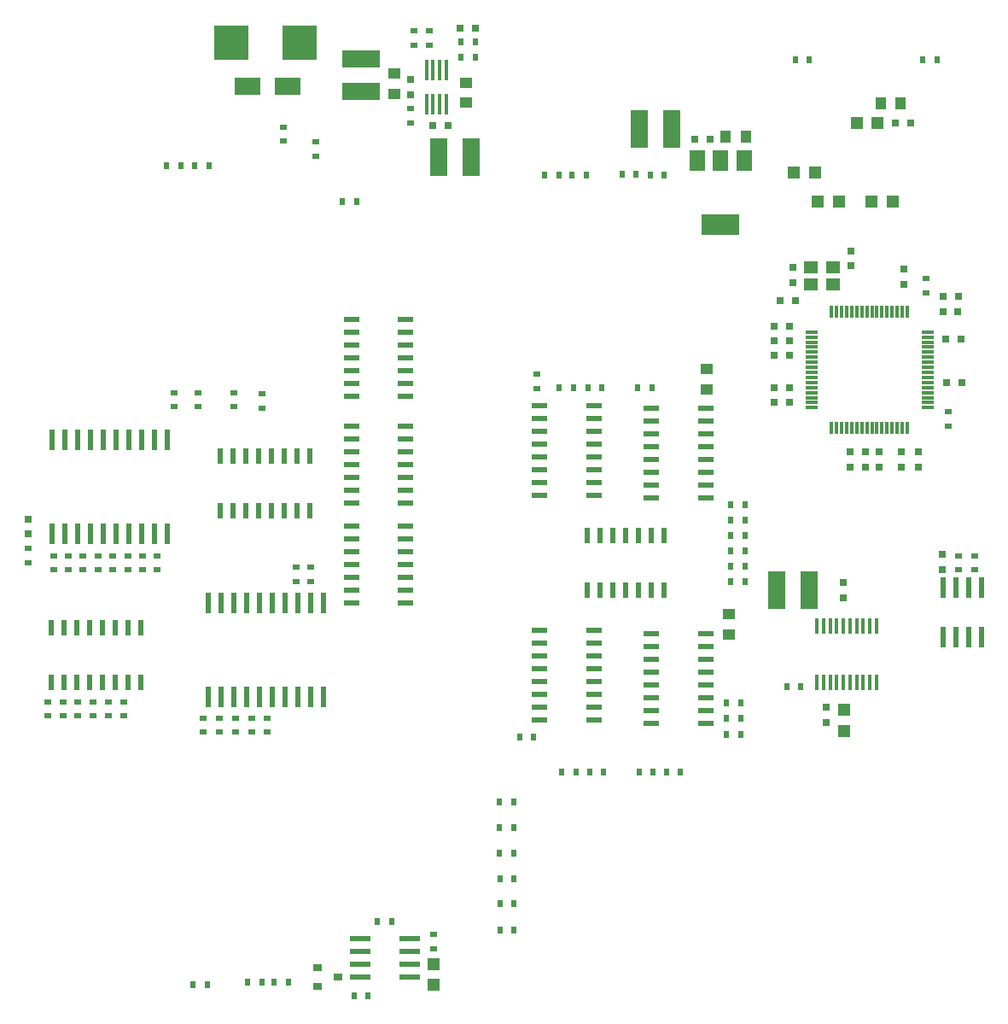
<source format=gbr>
%TF.GenerationSoftware,KiCad,Pcbnew,(6.0.0-rc1-dev-882-gdbc9130da)*%
%TF.CreationDate,2019-06-07T23:52:57-04:00*%
%TF.ProjectId,AntennaSwitch_6x2,416E74656E6E615377697463685F3678,rev?*%
%TF.SameCoordinates,Original*%
%TF.FileFunction,Paste,Top*%
%TF.FilePolarity,Positive*%
%FSLAX46Y46*%
G04 Gerber Fmt 4.6, Leading zero omitted, Abs format (unit mm)*
G04 Created by KiCad (PCBNEW (6.0.0-rc1-dev-882-gdbc9130da)) date 2019/6/7 23:52:57*
%MOMM*%
%LPD*%
G01*
G04 APERTURE LIST*
%ADD10R,0.600000X2.000000*%
%ADD11R,1.550000X0.600000*%
%ADD12R,0.550000X1.500000*%
%ADD13R,1.500000X0.550000*%
%ADD14R,0.600000X1.550000*%
%ADD15R,1.200000X0.300000*%
%ADD16R,0.300000X1.200000*%
%ADD17R,0.600000X0.800000*%
%ADD18R,0.800000X0.750000*%
%ADD19R,0.750000X0.800000*%
%ADD20R,0.800000X0.600000*%
%ADD21R,1.000000X1.250000*%
%ADD22R,1.200000X1.200000*%
%ADD23R,1.400000X1.200000*%
%ADD24R,1.780000X3.700000*%
%ADD25R,0.400000X2.000000*%
%ADD26R,1.500000X2.000000*%
%ADD27R,3.800000X2.000000*%
%ADD28R,0.300000X1.600000*%
%ADD29R,2.000000X0.600000*%
%ADD30R,0.900000X0.800000*%
%ADD31R,3.700000X1.780000*%
%ADD32R,3.500000X3.500000*%
%ADD33R,2.500000X1.800000*%
%ADD34R,1.250000X1.000000*%
G04 APERTURE END LIST*
D10*
X71423400Y-109038600D03*
X72693400Y-109038600D03*
X73963400Y-109038600D03*
X75233400Y-109038600D03*
X76503400Y-109038600D03*
X77773400Y-109038600D03*
X79043400Y-109038600D03*
X80313400Y-109038600D03*
X81583400Y-109038600D03*
X82853400Y-109038600D03*
X82853400Y-118338600D03*
X81583400Y-118338600D03*
X80313400Y-118338600D03*
X79043400Y-118338600D03*
X77773400Y-118338600D03*
X76503400Y-118338600D03*
X75233400Y-118338600D03*
X73963400Y-118338600D03*
X72693400Y-118338600D03*
X71423400Y-118338600D03*
X67384800Y-102134400D03*
X66114800Y-102134400D03*
X64844800Y-102134400D03*
X63574800Y-102134400D03*
X62304800Y-102134400D03*
X61034800Y-102134400D03*
X59764800Y-102134400D03*
X58494800Y-102134400D03*
X57224800Y-102134400D03*
X55954800Y-102134400D03*
X55954800Y-92834400D03*
X57224800Y-92834400D03*
X58494800Y-92834400D03*
X59764800Y-92834400D03*
X61034800Y-92834400D03*
X62304800Y-92834400D03*
X63574800Y-92834400D03*
X64844800Y-92834400D03*
X66114800Y-92834400D03*
X67384800Y-92834400D03*
X146876933Y-112421031D03*
X144336933Y-107521031D03*
X145606933Y-107521031D03*
X146876933Y-107521031D03*
X148146933Y-107521031D03*
X148146933Y-112421031D03*
X145606933Y-112421031D03*
X144336933Y-112421031D03*
D11*
X120783200Y-89763600D03*
X120783200Y-91033600D03*
X120783200Y-92303600D03*
X120783200Y-93573600D03*
X120783200Y-94843600D03*
X120783200Y-96113600D03*
X120783200Y-97383600D03*
X120783200Y-98653600D03*
X115383200Y-98653600D03*
X115383200Y-97383600D03*
X115383200Y-96113600D03*
X115383200Y-94843600D03*
X115383200Y-93573600D03*
X115383200Y-92303600D03*
X115383200Y-91033600D03*
X115383200Y-89763600D03*
X120770500Y-112115600D03*
X120770500Y-113385600D03*
X120770500Y-114655600D03*
X120770500Y-115925600D03*
X120770500Y-117195600D03*
X120770500Y-118465600D03*
X120770500Y-119735600D03*
X120770500Y-121005600D03*
X115370500Y-121005600D03*
X115370500Y-119735600D03*
X115370500Y-118465600D03*
X115370500Y-117195600D03*
X115370500Y-115925600D03*
X115370500Y-114655600D03*
X115370500Y-113385600D03*
X115370500Y-112115600D03*
X104334200Y-120599200D03*
X104334200Y-119329200D03*
X104334200Y-118059200D03*
X104334200Y-116789200D03*
X104334200Y-115519200D03*
X104334200Y-114249200D03*
X104334200Y-112979200D03*
X104334200Y-111709200D03*
X109734200Y-111709200D03*
X109734200Y-112979200D03*
X109734200Y-114249200D03*
X109734200Y-115519200D03*
X109734200Y-116789200D03*
X109734200Y-118059200D03*
X109734200Y-119329200D03*
X109734200Y-120599200D03*
X104334200Y-98323400D03*
X104334200Y-97053400D03*
X104334200Y-95783400D03*
X104334200Y-94513400D03*
X104334200Y-93243400D03*
X104334200Y-91973400D03*
X104334200Y-90703400D03*
X104334200Y-89433400D03*
X109734200Y-89433400D03*
X109734200Y-90703400D03*
X109734200Y-91973400D03*
X109734200Y-93243400D03*
X109734200Y-94513400D03*
X109734200Y-95783400D03*
X109734200Y-97053400D03*
X109734200Y-98323400D03*
D12*
X116635400Y-107779800D03*
X115365400Y-107779800D03*
X114095400Y-107779800D03*
X112825400Y-107779800D03*
X111555400Y-107779800D03*
X110285400Y-107779800D03*
X109015400Y-107779800D03*
X109015400Y-102379800D03*
X110285400Y-102379800D03*
X111555400Y-102379800D03*
X112825400Y-102379800D03*
X114095400Y-102379800D03*
X115365400Y-102379800D03*
X116635400Y-102379800D03*
D13*
X91027100Y-91528900D03*
X91027100Y-92798900D03*
X91027100Y-94068900D03*
X91027100Y-95338900D03*
X91027100Y-96608900D03*
X91027100Y-97878900D03*
X91027100Y-99148900D03*
X85627100Y-99148900D03*
X85627100Y-97878900D03*
X85627100Y-96608900D03*
X85627100Y-95338900D03*
X85627100Y-94068900D03*
X85627100Y-92798900D03*
X85627100Y-91528900D03*
X91027100Y-80911700D03*
X91027100Y-82181700D03*
X91027100Y-83451700D03*
X91027100Y-84721700D03*
X91027100Y-85991700D03*
X91027100Y-87261700D03*
X91027100Y-88531700D03*
X85627100Y-88531700D03*
X85627100Y-87261700D03*
X85627100Y-85991700D03*
X85627100Y-84721700D03*
X85627100Y-83451700D03*
X85627100Y-82181700D03*
X85627100Y-80911700D03*
X91027100Y-101422200D03*
X91027100Y-102692200D03*
X91027100Y-103962200D03*
X91027100Y-105232200D03*
X91027100Y-106502200D03*
X91027100Y-107772200D03*
X91027100Y-109042200D03*
X85627100Y-109042200D03*
X85627100Y-107772200D03*
X85627100Y-106502200D03*
X85627100Y-105232200D03*
X85627100Y-103962200D03*
X85627100Y-102692200D03*
X85627100Y-101422200D03*
D14*
X64794000Y-116898400D03*
X63524000Y-116898400D03*
X62254000Y-116898400D03*
X60984000Y-116898400D03*
X59714000Y-116898400D03*
X58444000Y-116898400D03*
X57174000Y-116898400D03*
X55904000Y-116898400D03*
X55904000Y-111498400D03*
X57174000Y-111498400D03*
X58444000Y-111498400D03*
X59714000Y-111498400D03*
X60984000Y-111498400D03*
X62254000Y-111498400D03*
X63524000Y-111498400D03*
X64794000Y-111498400D03*
X72668000Y-94455000D03*
X73938000Y-94455000D03*
X75208000Y-94455000D03*
X76478000Y-94455000D03*
X77748000Y-94455000D03*
X79018000Y-94455000D03*
X80288000Y-94455000D03*
X81558000Y-94455000D03*
X81558000Y-99855000D03*
X80288000Y-99855000D03*
X79018000Y-99855000D03*
X77748000Y-99855000D03*
X76478000Y-99855000D03*
X75208000Y-99855000D03*
X73938000Y-99855000D03*
X72668000Y-99855000D03*
D15*
X142779060Y-82173120D03*
X142779060Y-82673120D03*
X142779060Y-83173120D03*
X142779060Y-83673120D03*
X142779060Y-84173120D03*
X142779060Y-84673120D03*
X142779060Y-85173120D03*
X142779060Y-85673120D03*
X142779060Y-86173120D03*
X142779060Y-86673120D03*
X142779060Y-87173120D03*
X142779060Y-87673120D03*
X142779060Y-88173120D03*
X142779060Y-88673120D03*
X142779060Y-89173120D03*
X142779060Y-89673120D03*
D16*
X140779060Y-91673120D03*
X140279060Y-91673120D03*
X139779060Y-91673120D03*
X139279060Y-91673120D03*
X138779060Y-91673120D03*
X138279060Y-91673120D03*
X137779060Y-91673120D03*
X137279060Y-91673120D03*
X136779060Y-91673120D03*
X136279060Y-91673120D03*
X135779060Y-91673120D03*
X135279060Y-91673120D03*
X134779060Y-91673120D03*
X134279060Y-91673120D03*
X133779060Y-91673120D03*
X133279060Y-91673120D03*
D15*
X131279060Y-89673120D03*
X131279060Y-89173120D03*
X131279060Y-88673120D03*
X131279060Y-88173120D03*
X131279060Y-87673120D03*
X131279060Y-87173120D03*
X131279060Y-86673120D03*
X131279060Y-86173120D03*
X131279060Y-85673120D03*
X131279060Y-85173120D03*
X131279060Y-84673120D03*
X131279060Y-84173120D03*
X131279060Y-83673120D03*
X131279060Y-83173120D03*
X131279060Y-82673120D03*
D16*
X133279060Y-80173120D03*
X133779060Y-80173120D03*
X134279060Y-80173120D03*
X134779060Y-80173120D03*
X135279060Y-80173120D03*
X135779060Y-80173120D03*
X136279060Y-80173120D03*
X136779060Y-80173120D03*
X137279060Y-80173120D03*
X137779060Y-80173120D03*
X138279060Y-80173120D03*
X138779060Y-80173120D03*
X139279060Y-80173120D03*
X139779060Y-80173120D03*
X140279060Y-80173120D03*
X140779060Y-80173120D03*
D15*
X131279060Y-82173120D03*
D17*
X130240000Y-117348000D03*
X128840000Y-117348000D03*
X124676000Y-102362000D03*
X123276000Y-102362000D03*
D18*
X144308000Y-80137000D03*
X145808000Y-80137000D03*
X144334100Y-78651100D03*
X145834100Y-78651100D03*
X144689000Y-87185500D03*
X146189000Y-87185500D03*
X129097860Y-87707840D03*
X127597860Y-87707840D03*
D19*
X140155800Y-94055500D03*
X140155800Y-95555500D03*
D18*
X144627860Y-82881840D03*
X146127860Y-82881840D03*
D19*
X140486000Y-77458000D03*
X140486000Y-75958000D03*
D18*
X129106800Y-84505800D03*
X127606800Y-84505800D03*
D19*
X138011860Y-94069840D03*
X138011860Y-95569840D03*
X141872660Y-94069140D03*
X141872660Y-95569140D03*
D18*
X129109860Y-89104840D03*
X127609860Y-89104840D03*
X129680400Y-79019400D03*
X128180400Y-79019400D03*
D19*
X136614860Y-94069840D03*
X136614860Y-95569840D03*
D20*
X91883100Y-52347900D03*
X91883100Y-53747900D03*
D21*
X124785500Y-62763400D03*
X122785500Y-62763400D03*
X140129640Y-59466480D03*
X138129640Y-59466480D03*
D22*
X129506160Y-66339720D03*
X131606160Y-66339720D03*
X131909000Y-69278500D03*
X134009000Y-69278500D03*
X137863160Y-61422280D03*
X135763160Y-61422280D03*
X137253000Y-69215000D03*
X139353000Y-69215000D03*
D18*
X139583600Y-61468000D03*
X141083600Y-61468000D03*
D23*
X133417360Y-77420840D03*
X131217360Y-77420840D03*
X131217360Y-75720840D03*
X133417360Y-75720840D03*
D24*
X117382200Y-62014100D03*
X114212200Y-62014100D03*
D20*
X145835533Y-105763331D03*
X145835533Y-104363331D03*
X93835600Y-143297100D03*
X93835600Y-141897100D03*
D25*
X95050200Y-59622000D03*
X94410200Y-59622000D03*
X93750200Y-59622000D03*
X93110200Y-59622000D03*
X93110200Y-56202000D03*
X93750200Y-56202000D03*
X94410200Y-56202000D03*
X95050200Y-56202000D03*
D26*
X124574200Y-65201400D03*
X119974200Y-65201400D03*
X122274200Y-65201400D03*
D27*
X122274200Y-71501400D03*
D28*
X131848360Y-116923840D03*
X132498360Y-116923840D03*
X133148360Y-116923840D03*
X133798360Y-116923840D03*
X134448360Y-116923840D03*
X135098360Y-116923840D03*
X135748360Y-116923840D03*
X136398360Y-116923840D03*
X137048360Y-116923840D03*
X137698360Y-116923840D03*
X137698360Y-111323840D03*
X137048360Y-111323840D03*
X136398360Y-111323840D03*
X135748360Y-111323840D03*
X135098360Y-111323840D03*
X134448360Y-111323840D03*
X133798360Y-111323840D03*
X133148360Y-111323840D03*
X132498360Y-111323840D03*
X131848360Y-111323840D03*
D29*
X86508800Y-142278100D03*
X86508800Y-143548100D03*
X86508800Y-146088100D03*
X91408800Y-146088100D03*
X91408800Y-144818100D03*
X91408800Y-143548100D03*
X91408800Y-142278100D03*
X86508800Y-144818100D03*
D20*
X82079360Y-63326840D03*
X82079360Y-64726840D03*
D17*
X97929800Y-54914800D03*
X96529800Y-54914800D03*
X96518600Y-53441600D03*
X97918600Y-53441600D03*
D20*
X93407100Y-52347900D03*
X93407100Y-53747900D03*
X91514800Y-61418700D03*
X91514800Y-60018700D03*
D17*
X124676000Y-105410000D03*
X123276000Y-105410000D03*
X124676000Y-106934000D03*
X123276000Y-106934000D03*
X124676000Y-103886000D03*
X123276000Y-103886000D03*
X124676000Y-99314000D03*
X123276000Y-99314000D03*
X124676000Y-100838000D03*
X123276000Y-100838000D03*
X142349900Y-55206900D03*
X143749900Y-55206900D03*
D20*
X142645000Y-78284300D03*
X142645000Y-76884300D03*
D17*
X129689500Y-55206900D03*
X131089500Y-55206900D03*
D20*
X144842100Y-91468400D03*
X144842100Y-90068400D03*
X147448433Y-104352131D03*
X147448433Y-105752131D03*
D17*
X101792000Y-136398000D03*
X100392000Y-136398000D03*
X101792000Y-138849100D03*
X100392000Y-138849100D03*
X101792000Y-141478000D03*
X100392000Y-141478000D03*
X101727000Y-128778000D03*
X100327000Y-128778000D03*
X100327000Y-131318000D03*
X101727000Y-131318000D03*
X100330000Y-133858000D03*
X101730000Y-133858000D03*
X104834100Y-66598800D03*
X106234100Y-66598800D03*
X107513800Y-66624200D03*
X108913800Y-66624200D03*
X107670700Y-87668100D03*
X106270700Y-87668100D03*
X110477400Y-87668100D03*
X109077400Y-87668100D03*
X115431900Y-87668100D03*
X114031900Y-87668100D03*
X115260800Y-66573400D03*
X116660800Y-66573400D03*
X112479500Y-66560700D03*
X113879500Y-66560700D03*
X107912000Y-125768100D03*
X106512000Y-125768100D03*
X110680600Y-125768100D03*
X109280600Y-125768100D03*
X122856900Y-122097800D03*
X124256900Y-122097800D03*
X122856900Y-120501830D03*
X124256900Y-120501830D03*
X122856900Y-118905864D03*
X124256900Y-118905864D03*
X118300600Y-125768100D03*
X116900600Y-125768100D03*
X115558900Y-125768100D03*
X114158900Y-125768100D03*
X102333700Y-122313700D03*
X103733700Y-122313700D03*
D20*
X104037000Y-87757000D03*
X104037000Y-86357000D03*
D17*
X85914000Y-147955000D03*
X87314000Y-147955000D03*
X89608000Y-140576300D03*
X88208000Y-140576300D03*
D20*
X63041400Y-118832400D03*
X63041400Y-120232400D03*
X66394200Y-104343200D03*
X66394200Y-105743200D03*
X61537720Y-118832400D03*
X61537720Y-120232400D03*
X64921000Y-104343200D03*
X64921000Y-105743200D03*
X60034040Y-118832400D03*
X60034040Y-120232400D03*
X63447800Y-104343200D03*
X63447800Y-105743200D03*
X58530360Y-118832400D03*
X58530360Y-120232400D03*
X61974600Y-104343200D03*
X61974600Y-105743200D03*
X57026680Y-118832400D03*
X57026680Y-120232400D03*
X60501400Y-104343200D03*
X60501400Y-105743200D03*
X55523000Y-118832400D03*
X55523000Y-120232400D03*
X59028200Y-104343200D03*
X59028200Y-105743200D03*
X80161000Y-105497400D03*
X80161000Y-106897400D03*
X57555000Y-104343200D03*
X57555000Y-105743200D03*
X81634200Y-105497400D03*
X81634200Y-106897400D03*
X56081800Y-104343200D03*
X56081800Y-105743200D03*
X78891000Y-61846000D03*
X78891000Y-63246000D03*
X70966200Y-121834100D03*
X70966200Y-120434100D03*
D17*
X76742900Y-146621500D03*
X75342900Y-146621500D03*
X79395700Y-146621500D03*
X77995700Y-146621500D03*
D20*
X77303500Y-120434100D03*
X77303500Y-121834100D03*
X75719175Y-120434100D03*
X75719175Y-121834100D03*
X74134850Y-120434100D03*
X74134850Y-121834100D03*
X72550525Y-120434100D03*
X72550525Y-121834100D03*
D17*
X71526500Y-65684400D03*
X70126500Y-65684400D03*
X68732500Y-65684400D03*
X67332500Y-65684400D03*
D20*
X68019800Y-88174600D03*
X68019800Y-89574600D03*
X70420100Y-88174600D03*
X70420100Y-89574600D03*
X73976100Y-88174600D03*
X73976100Y-89574600D03*
X76808200Y-88301600D03*
X76808200Y-89701600D03*
X53592600Y-105032000D03*
X53592600Y-103632000D03*
D17*
X69933360Y-146895840D03*
X71333360Y-146895840D03*
X84771000Y-69202300D03*
X86171000Y-69202300D03*
D30*
X84320000Y-146113500D03*
X82320000Y-147063500D03*
X82320000Y-145163500D03*
D24*
X97478800Y-64846200D03*
X94308800Y-64846200D03*
D31*
X86599900Y-58293000D03*
X86599900Y-55123000D03*
D22*
X134493000Y-119600000D03*
X134493000Y-121700000D03*
D24*
X131023400Y-107797600D03*
X127853400Y-107797600D03*
D32*
X73709400Y-53454300D03*
X80509400Y-53454300D03*
D33*
X75297400Y-57772300D03*
X79297400Y-57772300D03*
D34*
X97039300Y-57432700D03*
X97039300Y-59432700D03*
D18*
X97929000Y-52019200D03*
X96429000Y-52019200D03*
X93697800Y-61671200D03*
X95197800Y-61671200D03*
D34*
X89863800Y-56559700D03*
X89863800Y-58559700D03*
D19*
X91527500Y-58649300D03*
X91527500Y-57149300D03*
D18*
X119695400Y-63017400D03*
X121195400Y-63017400D03*
X129109860Y-83008840D03*
X127609860Y-83008840D03*
X127609860Y-81611840D03*
X129109860Y-81611840D03*
D19*
X135088500Y-94069840D03*
X135088500Y-95569840D03*
X129416680Y-77300520D03*
X129416680Y-75800520D03*
X135215500Y-75616500D03*
X135215500Y-74116500D03*
X144260733Y-104212531D03*
X144260733Y-105712531D03*
X134429500Y-108534900D03*
X134429500Y-107034900D03*
X132783401Y-119397252D03*
X132783401Y-120897252D03*
D34*
X123087000Y-112141000D03*
X123087000Y-110141000D03*
X120864500Y-87855300D03*
X120864500Y-85855300D03*
D22*
X93784800Y-146909500D03*
X93784800Y-144809500D03*
D19*
X53541800Y-100697600D03*
X53541800Y-102197600D03*
M02*

</source>
